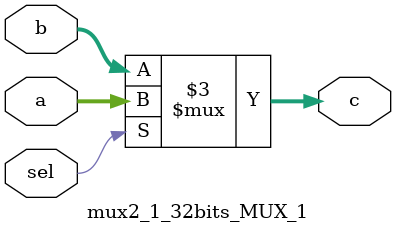
<source format=v>
`timescale 1ps/1ps

module mux2_1_32bits_MUX_4 (
    input sel,
    input [31:0] a,
    input [31:0] b,
    output reg [31:0] c
);

always @* begin
    if (sel) begin
        c = b;
    end
    else begin
        c = a;
    end    
end
endmodule

// Mux 2 a 1 /////////////////////////
module mux2_1_32bits_MUX_1 (
    input sel,
    input [31:0] a,
    input [31:0] b,
    output reg [31:0] c
);

always @* begin
    if (sel) begin
        c = a;
    end
    else begin
        c = b;
    end    
end
endmodule
</source>
